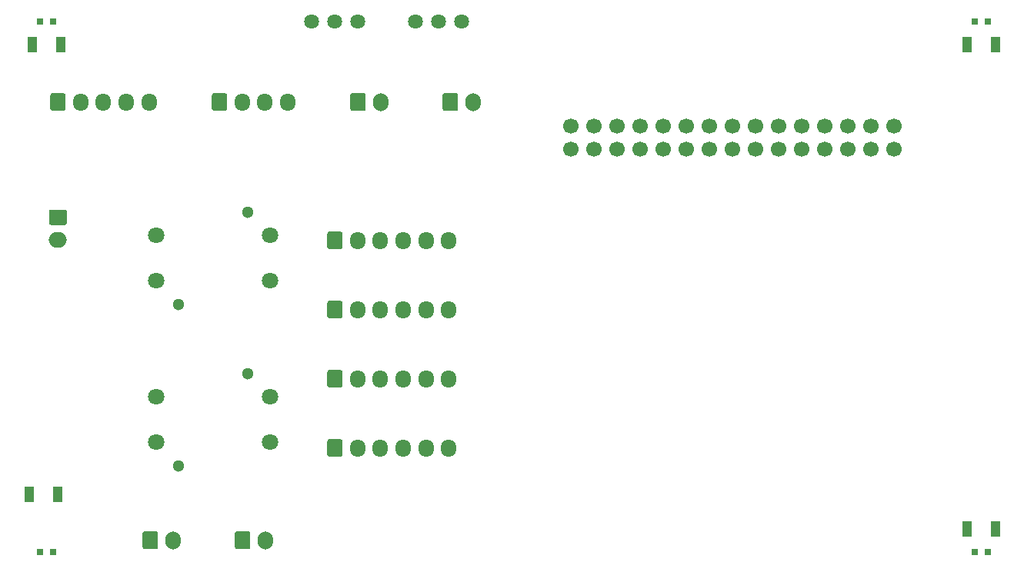
<source format=gbs>
%TF.GenerationSoftware,KiCad,Pcbnew,(5.1.8)-1*%
%TF.CreationDate,2021-03-06T21:29:21+09:00*%
%TF.ProjectId,sub_bord,7375625f-626f-4726-942e-6b696361645f,rev?*%
%TF.SameCoordinates,PX9896800PY660b0c0*%
%TF.FileFunction,Soldermask,Bot*%
%TF.FilePolarity,Negative*%
%FSLAX46Y46*%
G04 Gerber Fmt 4.6, Leading zero omitted, Abs format (unit mm)*
G04 Created by KiCad (PCBNEW (5.1.8)-1) date 2021-03-06 21:29:21*
%MOMM*%
%LPD*%
G01*
G04 APERTURE LIST*
%ADD10O,1.700000X1.950000*%
%ADD11O,1.700000X2.000000*%
%ADD12O,2.000000X1.700000*%
%ADD13R,0.800000X0.800000*%
%ADD14R,1.050000X1.800000*%
%ADD15C,1.800000*%
%ADD16C,1.300000*%
%ADD17C,1.635000*%
%ADD18C,1.700000*%
G04 APERTURE END LIST*
%TO.C,J2*%
G36*
G01*
X22030000Y52935000D02*
X22030000Y54385000D01*
G75*
G02*
X22280000Y54635000I250000J0D01*
G01*
X23480000Y54635000D01*
G75*
G02*
X23730000Y54385000I0J-250000D01*
G01*
X23730000Y52935000D01*
G75*
G02*
X23480000Y52685000I-250000J0D01*
G01*
X22280000Y52685000D01*
G75*
G02*
X22030000Y52935000I0J250000D01*
G01*
G37*
D10*
X25380000Y53660000D03*
X27880000Y53660000D03*
X30380000Y53660000D03*
%TD*%
%TO.C,J3*%
X48080000Y15560000D03*
X45580000Y15560000D03*
X43080000Y15560000D03*
X40580000Y15560000D03*
X38080000Y15560000D03*
G36*
G01*
X34730000Y14835000D02*
X34730000Y16285000D01*
G75*
G02*
X34980000Y16535000I250000J0D01*
G01*
X36180000Y16535000D01*
G75*
G02*
X36430000Y16285000I0J-250000D01*
G01*
X36430000Y14835000D01*
G75*
G02*
X36180000Y14585000I-250000J0D01*
G01*
X34980000Y14585000D01*
G75*
G02*
X34730000Y14835000I0J250000D01*
G01*
G37*
%TD*%
%TO.C,J4*%
G36*
G01*
X34730000Y22455000D02*
X34730000Y23905000D01*
G75*
G02*
X34980000Y24155000I250000J0D01*
G01*
X36180000Y24155000D01*
G75*
G02*
X36430000Y23905000I0J-250000D01*
G01*
X36430000Y22455000D01*
G75*
G02*
X36180000Y22205000I-250000J0D01*
G01*
X34980000Y22205000D01*
G75*
G02*
X34730000Y22455000I0J250000D01*
G01*
G37*
X38080000Y23180000D03*
X40580000Y23180000D03*
X43080000Y23180000D03*
X45580000Y23180000D03*
X48080000Y23180000D03*
%TD*%
%TO.C,J5*%
X48080000Y30800000D03*
X45580000Y30800000D03*
X43080000Y30800000D03*
X40580000Y30800000D03*
X38080000Y30800000D03*
G36*
G01*
X34730000Y30075000D02*
X34730000Y31525000D01*
G75*
G02*
X34980000Y31775000I250000J0D01*
G01*
X36180000Y31775000D01*
G75*
G02*
X36430000Y31525000I0J-250000D01*
G01*
X36430000Y30075000D01*
G75*
G02*
X36180000Y29825000I-250000J0D01*
G01*
X34980000Y29825000D01*
G75*
G02*
X34730000Y30075000I0J250000D01*
G01*
G37*
%TD*%
%TO.C,J6*%
G36*
G01*
X34730000Y37695000D02*
X34730000Y39145000D01*
G75*
G02*
X34980000Y39395000I250000J0D01*
G01*
X36180000Y39395000D01*
G75*
G02*
X36430000Y39145000I0J-250000D01*
G01*
X36430000Y37695000D01*
G75*
G02*
X36180000Y37445000I-250000J0D01*
G01*
X34980000Y37445000D01*
G75*
G02*
X34730000Y37695000I0J250000D01*
G01*
G37*
X38080000Y38420000D03*
X40580000Y38420000D03*
X43080000Y38420000D03*
X45580000Y38420000D03*
X48080000Y38420000D03*
%TD*%
%TO.C,J7*%
G36*
G01*
X37270000Y52910000D02*
X37270000Y54410000D01*
G75*
G02*
X37520000Y54660000I250000J0D01*
G01*
X38720000Y54660000D01*
G75*
G02*
X38970000Y54410000I0J-250000D01*
G01*
X38970000Y52910000D01*
G75*
G02*
X38720000Y52660000I-250000J0D01*
G01*
X37520000Y52660000D01*
G75*
G02*
X37270000Y52910000I0J250000D01*
G01*
G37*
D11*
X40620000Y53660000D03*
%TD*%
%TO.C,J8*%
X17760000Y5400000D03*
G36*
G01*
X14410000Y4650000D02*
X14410000Y6150000D01*
G75*
G02*
X14660000Y6400000I250000J0D01*
G01*
X15860000Y6400000D01*
G75*
G02*
X16110000Y6150000I0J-250000D01*
G01*
X16110000Y4650000D01*
G75*
G02*
X15860000Y4400000I-250000J0D01*
G01*
X14660000Y4400000D01*
G75*
G02*
X14410000Y4650000I0J250000D01*
G01*
G37*
%TD*%
%TO.C,J9*%
G36*
G01*
X24570000Y4650000D02*
X24570000Y6150000D01*
G75*
G02*
X24820000Y6400000I250000J0D01*
G01*
X26020000Y6400000D01*
G75*
G02*
X26270000Y6150000I0J-250000D01*
G01*
X26270000Y4650000D01*
G75*
G02*
X26020000Y4400000I-250000J0D01*
G01*
X24820000Y4400000D01*
G75*
G02*
X24570000Y4650000I0J250000D01*
G01*
G37*
X27920000Y5400000D03*
%TD*%
D12*
%TO.C,J10*%
X5100000Y38460000D03*
G36*
G01*
X4350000Y41810000D02*
X5850000Y41810000D01*
G75*
G02*
X6100000Y41560000I0J-250000D01*
G01*
X6100000Y40360000D01*
G75*
G02*
X5850000Y40110000I-250000J0D01*
G01*
X4350000Y40110000D01*
G75*
G02*
X4100000Y40360000I0J250000D01*
G01*
X4100000Y41560000D01*
G75*
G02*
X4350000Y41810000I250000J0D01*
G01*
G37*
%TD*%
%TO.C,J11*%
G36*
G01*
X47430000Y52910000D02*
X47430000Y54410000D01*
G75*
G02*
X47680000Y54660000I250000J0D01*
G01*
X48880000Y54660000D01*
G75*
G02*
X49130000Y54410000I0J-250000D01*
G01*
X49130000Y52910000D01*
G75*
G02*
X48880000Y52660000I-250000J0D01*
G01*
X47680000Y52660000D01*
G75*
G02*
X47430000Y52910000I0J250000D01*
G01*
G37*
D11*
X50780000Y53660000D03*
%TD*%
D13*
%TO.C,LED1*%
X4580000Y62550000D03*
X3080000Y62550000D03*
%TD*%
%TO.C,LED2*%
X4580000Y4130000D03*
X3080000Y4130000D03*
%TD*%
%TO.C,LED3*%
X105950000Y4130000D03*
X107450000Y4130000D03*
%TD*%
%TO.C,LED4*%
X107450000Y62550000D03*
X105950000Y62550000D03*
%TD*%
D14*
%TO.C,R3*%
X5380000Y60010000D03*
X2280000Y60010000D03*
%TD*%
%TO.C,R4*%
X1925000Y10480000D03*
X5025000Y10480000D03*
%TD*%
%TO.C,R5*%
X108250000Y6670000D03*
X105150000Y6670000D03*
%TD*%
%TO.C,R6*%
X108250000Y60010000D03*
X105150000Y60010000D03*
%TD*%
D15*
%TO.C,S1*%
X15895000Y16195000D03*
X28395000Y16195000D03*
X15895000Y21195000D03*
X28395000Y21195000D03*
D16*
X18335000Y13615000D03*
X25955000Y23775000D03*
%TD*%
%TO.C,S2*%
X25955000Y41555000D03*
X18335000Y31395000D03*
D15*
X28395000Y38975000D03*
X15895000Y38975000D03*
X28395000Y33975000D03*
X15895000Y33975000D03*
%TD*%
D17*
%TO.C,S3*%
X38120000Y62550000D03*
X35580000Y62550000D03*
X33040000Y62550000D03*
%TD*%
%TO.C,S4*%
X44470000Y62550000D03*
X47010000Y62550000D03*
X49550000Y62550000D03*
%TD*%
D18*
%TO.C,U1*%
X97125000Y50990000D03*
X94585000Y50990000D03*
X92045000Y50990000D03*
X89505000Y50990000D03*
X86965000Y50990000D03*
X84425000Y50990000D03*
X81885000Y50990000D03*
X79345000Y50990000D03*
X76805000Y50990000D03*
X74265000Y50990000D03*
X71725000Y50990000D03*
X69185000Y50990000D03*
X66645000Y50990000D03*
X64105000Y50990000D03*
X61565000Y50990000D03*
X97125000Y48450000D03*
X94585000Y48450000D03*
X92045000Y48450000D03*
X89505000Y48450000D03*
X86965000Y48450000D03*
X84425000Y48450000D03*
X81885000Y48450000D03*
X79345000Y48450000D03*
X76805000Y48450000D03*
X74265000Y48450000D03*
X71725000Y48450000D03*
X69185000Y48450000D03*
X66645000Y48450000D03*
X64105000Y48450000D03*
X61565000Y48450000D03*
%TD*%
%TO.C,J1*%
G36*
G01*
X4250000Y52935000D02*
X4250000Y54385000D01*
G75*
G02*
X4500000Y54635000I250000J0D01*
G01*
X5700000Y54635000D01*
G75*
G02*
X5950000Y54385000I0J-250000D01*
G01*
X5950000Y52935000D01*
G75*
G02*
X5700000Y52685000I-250000J0D01*
G01*
X4500000Y52685000D01*
G75*
G02*
X4250000Y52935000I0J250000D01*
G01*
G37*
D10*
X7600000Y53660000D03*
X10100000Y53660000D03*
X12600000Y53660000D03*
X15100000Y53660000D03*
%TD*%
M02*

</source>
